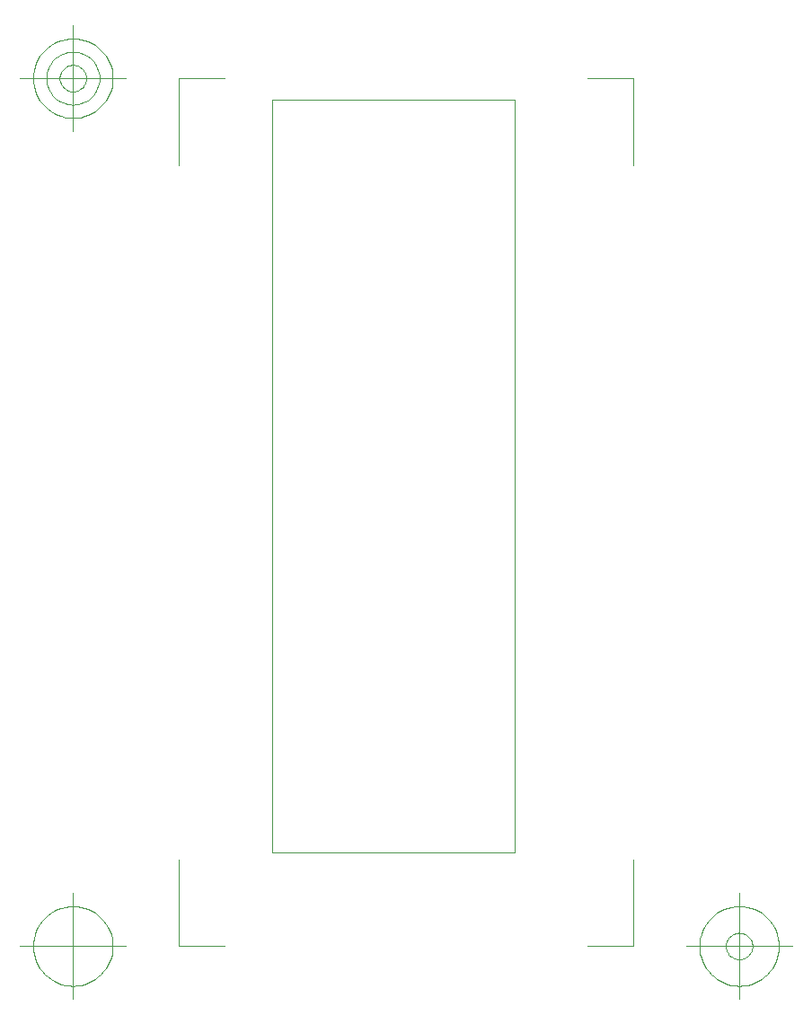
<source format=gbr>
G04 Generated by Ultiboard *
%FSLAX25Y25*%
%MOMM*%

%ADD10C,0.00100*%
%ADD11C,0.10000*%


%LNBoard Outline*%
%LPD*%
%FSLAX25Y25*%
%MOMM*%
G54D10*
X0Y0D02*
X2280000Y0D01*
X2280000Y0D02*
X2280000Y7100000D01*
X2280000Y7100000D02*
X0Y7100000D01*
X0Y7100000D02*
X0Y0D01*
G54D11*
X-880000Y-880000D02*
X-880000Y-62000D01*
X-880000Y-880000D02*
X-452000Y-880000D01*
X3400000Y-880000D02*
X2972000Y-880000D01*
X3400000Y-880000D02*
X3400000Y-62000D01*
X3400000Y7300000D02*
X3400000Y6482000D01*
X3400000Y7300000D02*
X2972000Y7300000D01*
X-880000Y7300000D02*
X-452000Y7300000D01*
X-880000Y7300000D02*
X-880000Y6482000D01*
X-1380000Y-880000D02*
X-2380000Y-880000D01*
X-1880000Y-1380000D02*
X-1880000Y-380000D01*
X-1505000Y-880000D02*
X-1506806Y-843244D01*
X-1506806Y-843244D02*
X-1512206Y-806841D01*
X-1512206Y-806841D02*
X-1521147Y-771143D01*
X-1521147Y-771143D02*
X-1533545Y-736494D01*
X-1533545Y-736494D02*
X-1549280Y-703226D01*
X-1549280Y-703226D02*
X-1568199Y-671661D01*
X-1568199Y-671661D02*
X-1590121Y-642103D01*
X-1590121Y-642103D02*
X-1614835Y-614835D01*
X-1614835Y-614835D02*
X-1642103Y-590121D01*
X-1642103Y-590121D02*
X-1671661Y-568199D01*
X-1671661Y-568199D02*
X-1703226Y-549280D01*
X-1703226Y-549280D02*
X-1736494Y-533545D01*
X-1736494Y-533545D02*
X-1771143Y-521147D01*
X-1771143Y-521147D02*
X-1806841Y-512206D01*
X-1806841Y-512206D02*
X-1843244Y-506806D01*
X-1843244Y-506806D02*
X-1880000Y-505000D01*
X-1880000Y-505000D02*
X-1916756Y-506806D01*
X-1916756Y-506806D02*
X-1953159Y-512206D01*
X-1953159Y-512206D02*
X-1988857Y-521147D01*
X-1988857Y-521147D02*
X-2023506Y-533545D01*
X-2023506Y-533545D02*
X-2056774Y-549280D01*
X-2056774Y-549280D02*
X-2088339Y-568199D01*
X-2088339Y-568199D02*
X-2117897Y-590121D01*
X-2117897Y-590121D02*
X-2145165Y-614835D01*
X-2145165Y-614835D02*
X-2169879Y-642103D01*
X-2169879Y-642103D02*
X-2191801Y-671661D01*
X-2191801Y-671661D02*
X-2210720Y-703226D01*
X-2210720Y-703226D02*
X-2226455Y-736494D01*
X-2226455Y-736494D02*
X-2238853Y-771143D01*
X-2238853Y-771143D02*
X-2247794Y-806841D01*
X-2247794Y-806841D02*
X-2253194Y-843244D01*
X-2253194Y-843244D02*
X-2255000Y-880000D01*
X-2255000Y-880000D02*
X-2253194Y-916756D01*
X-2253194Y-916756D02*
X-2247794Y-953159D01*
X-2247794Y-953159D02*
X-2238853Y-988857D01*
X-2238853Y-988857D02*
X-2226455Y-1023506D01*
X-2226455Y-1023506D02*
X-2210720Y-1056774D01*
X-2210720Y-1056774D02*
X-2191801Y-1088339D01*
X-2191801Y-1088339D02*
X-2169879Y-1117897D01*
X-2169879Y-1117897D02*
X-2145165Y-1145165D01*
X-2145165Y-1145165D02*
X-2117897Y-1169879D01*
X-2117897Y-1169879D02*
X-2088339Y-1191801D01*
X-2088339Y-1191801D02*
X-2056774Y-1210720D01*
X-2056774Y-1210720D02*
X-2023506Y-1226455D01*
X-2023506Y-1226455D02*
X-1988857Y-1238853D01*
X-1988857Y-1238853D02*
X-1953159Y-1247794D01*
X-1953159Y-1247794D02*
X-1916756Y-1253194D01*
X-1916756Y-1253194D02*
X-1880000Y-1255000D01*
X-1880000Y-1255000D02*
X-1843244Y-1253194D01*
X-1843244Y-1253194D02*
X-1806841Y-1247794D01*
X-1806841Y-1247794D02*
X-1771143Y-1238853D01*
X-1771143Y-1238853D02*
X-1736494Y-1226455D01*
X-1736494Y-1226455D02*
X-1703226Y-1210720D01*
X-1703226Y-1210720D02*
X-1671661Y-1191801D01*
X-1671661Y-1191801D02*
X-1642103Y-1169879D01*
X-1642103Y-1169879D02*
X-1614835Y-1145165D01*
X-1614835Y-1145165D02*
X-1590121Y-1117897D01*
X-1590121Y-1117897D02*
X-1568199Y-1088339D01*
X-1568199Y-1088339D02*
X-1549280Y-1056774D01*
X-1549280Y-1056774D02*
X-1533545Y-1023506D01*
X-1533545Y-1023506D02*
X-1521147Y-988857D01*
X-1521147Y-988857D02*
X-1512206Y-953159D01*
X-1512206Y-953159D02*
X-1506806Y-916756D01*
X-1506806Y-916756D02*
X-1505000Y-880000D01*
X3900000Y-880000D02*
X4900000Y-880000D01*
X4400000Y-1380000D02*
X4400000Y-380000D01*
X4775000Y-880000D02*
X4773194Y-843244D01*
X4773194Y-843244D02*
X4767795Y-806841D01*
X4767795Y-806841D02*
X4758853Y-771143D01*
X4758853Y-771143D02*
X4746455Y-736494D01*
X4746455Y-736494D02*
X4730721Y-703226D01*
X4730721Y-703226D02*
X4711801Y-671661D01*
X4711801Y-671661D02*
X4689879Y-642103D01*
X4689879Y-642103D02*
X4665165Y-614835D01*
X4665165Y-614835D02*
X4637898Y-590121D01*
X4637898Y-590121D02*
X4608339Y-568199D01*
X4608339Y-568199D02*
X4576774Y-549280D01*
X4576774Y-549280D02*
X4543506Y-533545D01*
X4543506Y-533545D02*
X4508857Y-521147D01*
X4508857Y-521147D02*
X4473159Y-512206D01*
X4473159Y-512206D02*
X4436757Y-506806D01*
X4436757Y-506806D02*
X4400000Y-505000D01*
X4400000Y-505000D02*
X4363244Y-506806D01*
X4363244Y-506806D02*
X4326841Y-512206D01*
X4326841Y-512206D02*
X4291143Y-521147D01*
X4291143Y-521147D02*
X4256494Y-533545D01*
X4256494Y-533545D02*
X4223226Y-549280D01*
X4223226Y-549280D02*
X4191661Y-568199D01*
X4191661Y-568199D02*
X4162103Y-590121D01*
X4162103Y-590121D02*
X4134835Y-614835D01*
X4134835Y-614835D02*
X4110121Y-642103D01*
X4110121Y-642103D02*
X4088199Y-671661D01*
X4088199Y-671661D02*
X4069280Y-703226D01*
X4069280Y-703226D02*
X4053545Y-736494D01*
X4053545Y-736494D02*
X4041148Y-771143D01*
X4041148Y-771143D02*
X4032206Y-806841D01*
X4032206Y-806841D02*
X4026806Y-843244D01*
X4026806Y-843244D02*
X4025000Y-880000D01*
X4025000Y-880000D02*
X4026806Y-916756D01*
X4026806Y-916756D02*
X4032206Y-953159D01*
X4032206Y-953159D02*
X4041148Y-988857D01*
X4041148Y-988857D02*
X4053545Y-1023506D01*
X4053545Y-1023506D02*
X4069280Y-1056774D01*
X4069280Y-1056774D02*
X4088199Y-1088339D01*
X4088199Y-1088339D02*
X4110121Y-1117897D01*
X4110121Y-1117897D02*
X4134835Y-1145165D01*
X4134835Y-1145165D02*
X4162103Y-1169879D01*
X4162103Y-1169879D02*
X4191661Y-1191801D01*
X4191661Y-1191801D02*
X4223226Y-1210720D01*
X4223226Y-1210720D02*
X4256494Y-1226455D01*
X4256494Y-1226455D02*
X4291143Y-1238853D01*
X4291143Y-1238853D02*
X4326841Y-1247794D01*
X4326841Y-1247794D02*
X4363244Y-1253194D01*
X4363244Y-1253194D02*
X4400000Y-1255000D01*
X4400000Y-1255000D02*
X4436757Y-1253194D01*
X4436757Y-1253194D02*
X4473159Y-1247794D01*
X4473159Y-1247794D02*
X4508857Y-1238853D01*
X4508857Y-1238853D02*
X4543506Y-1226455D01*
X4543506Y-1226455D02*
X4576774Y-1210720D01*
X4576774Y-1210720D02*
X4608339Y-1191801D01*
X4608339Y-1191801D02*
X4637898Y-1169879D01*
X4637898Y-1169879D02*
X4665165Y-1145165D01*
X4665165Y-1145165D02*
X4689879Y-1117897D01*
X4689879Y-1117897D02*
X4711801Y-1088339D01*
X4711801Y-1088339D02*
X4730721Y-1056774D01*
X4730721Y-1056774D02*
X4746455Y-1023506D01*
X4746455Y-1023506D02*
X4758853Y-988857D01*
X4758853Y-988857D02*
X4767795Y-953159D01*
X4767795Y-953159D02*
X4773194Y-916756D01*
X4773194Y-916756D02*
X4775000Y-880000D01*
X4525000Y-880000D02*
X4524398Y-867748D01*
X4524398Y-867748D02*
X4522598Y-855614D01*
X4522598Y-855614D02*
X4519618Y-843715D01*
X4519618Y-843715D02*
X4515485Y-832165D01*
X4515485Y-832165D02*
X4510240Y-821076D01*
X4510240Y-821076D02*
X4503934Y-810554D01*
X4503934Y-810554D02*
X4496626Y-800701D01*
X4496626Y-800701D02*
X4488388Y-791612D01*
X4488388Y-791612D02*
X4479299Y-783374D01*
X4479299Y-783374D02*
X4469446Y-776066D01*
X4469446Y-776066D02*
X4458925Y-769760D01*
X4458925Y-769760D02*
X4447836Y-764515D01*
X4447836Y-764515D02*
X4436286Y-760383D01*
X4436286Y-760383D02*
X4424386Y-757402D01*
X4424386Y-757402D02*
X4412252Y-755602D01*
X4412252Y-755602D02*
X4400000Y-755000D01*
X4400000Y-755000D02*
X4387748Y-755602D01*
X4387748Y-755602D02*
X4375614Y-757402D01*
X4375614Y-757402D02*
X4363715Y-760383D01*
X4363715Y-760383D02*
X4352165Y-764515D01*
X4352165Y-764515D02*
X4341076Y-769760D01*
X4341076Y-769760D02*
X4330554Y-776066D01*
X4330554Y-776066D02*
X4320701Y-783374D01*
X4320701Y-783374D02*
X4311612Y-791612D01*
X4311612Y-791612D02*
X4303374Y-800701D01*
X4303374Y-800701D02*
X4296066Y-810554D01*
X4296066Y-810554D02*
X4289760Y-821076D01*
X4289760Y-821076D02*
X4284515Y-832165D01*
X4284515Y-832165D02*
X4280383Y-843715D01*
X4280383Y-843715D02*
X4277402Y-855614D01*
X4277402Y-855614D02*
X4275602Y-867748D01*
X4275602Y-867748D02*
X4275000Y-880000D01*
X4275000Y-880000D02*
X4275602Y-892252D01*
X4275602Y-892252D02*
X4277402Y-904386D01*
X4277402Y-904386D02*
X4280383Y-916286D01*
X4280383Y-916286D02*
X4284515Y-927835D01*
X4284515Y-927835D02*
X4289760Y-938925D01*
X4289760Y-938925D02*
X4296066Y-949446D01*
X4296066Y-949446D02*
X4303374Y-959299D01*
X4303374Y-959299D02*
X4311612Y-968388D01*
X4311612Y-968388D02*
X4320701Y-976626D01*
X4320701Y-976626D02*
X4330554Y-983934D01*
X4330554Y-983934D02*
X4341076Y-990240D01*
X4341076Y-990240D02*
X4352165Y-995485D01*
X4352165Y-995485D02*
X4363715Y-999618D01*
X4363715Y-999618D02*
X4375614Y-1002598D01*
X4375614Y-1002598D02*
X4387748Y-1004398D01*
X4387748Y-1004398D02*
X4400000Y-1005000D01*
X4400000Y-1005000D02*
X4412252Y-1004398D01*
X4412252Y-1004398D02*
X4424386Y-1002598D01*
X4424386Y-1002598D02*
X4436286Y-999618D01*
X4436286Y-999618D02*
X4447836Y-995485D01*
X4447836Y-995485D02*
X4458925Y-990240D01*
X4458925Y-990240D02*
X4469446Y-983934D01*
X4469446Y-983934D02*
X4479299Y-976626D01*
X4479299Y-976626D02*
X4488388Y-968388D01*
X4488388Y-968388D02*
X4496626Y-959299D01*
X4496626Y-959299D02*
X4503934Y-949446D01*
X4503934Y-949446D02*
X4510240Y-938925D01*
X4510240Y-938925D02*
X4515485Y-927835D01*
X4515485Y-927835D02*
X4519618Y-916286D01*
X4519618Y-916286D02*
X4522598Y-904386D01*
X4522598Y-904386D02*
X4524398Y-892252D01*
X4524398Y-892252D02*
X4525000Y-880000D01*
X-1380000Y7300000D02*
X-2380000Y7300000D01*
X-1880000Y6800000D02*
X-1880000Y7800000D01*
X-1505000Y7300000D02*
X-1506806Y7336757D01*
X-1506806Y7336757D02*
X-1512206Y7373159D01*
X-1512206Y7373159D02*
X-1521147Y7408857D01*
X-1521147Y7408857D02*
X-1533545Y7443506D01*
X-1533545Y7443506D02*
X-1549280Y7476774D01*
X-1549280Y7476774D02*
X-1568199Y7508339D01*
X-1568199Y7508339D02*
X-1590121Y7537898D01*
X-1590121Y7537898D02*
X-1614835Y7565165D01*
X-1614835Y7565165D02*
X-1642103Y7589879D01*
X-1642103Y7589879D02*
X-1671661Y7611801D01*
X-1671661Y7611801D02*
X-1703226Y7630721D01*
X-1703226Y7630721D02*
X-1736494Y7646455D01*
X-1736494Y7646455D02*
X-1771143Y7658853D01*
X-1771143Y7658853D02*
X-1806841Y7667795D01*
X-1806841Y7667795D02*
X-1843244Y7673194D01*
X-1843244Y7673194D02*
X-1880000Y7675000D01*
X-1880000Y7675000D02*
X-1916756Y7673194D01*
X-1916756Y7673194D02*
X-1953159Y7667795D01*
X-1953159Y7667795D02*
X-1988857Y7658853D01*
X-1988857Y7658853D02*
X-2023506Y7646455D01*
X-2023506Y7646455D02*
X-2056774Y7630721D01*
X-2056774Y7630721D02*
X-2088339Y7611801D01*
X-2088339Y7611801D02*
X-2117897Y7589879D01*
X-2117897Y7589879D02*
X-2145165Y7565165D01*
X-2145165Y7565165D02*
X-2169879Y7537898D01*
X-2169879Y7537898D02*
X-2191801Y7508339D01*
X-2191801Y7508339D02*
X-2210720Y7476774D01*
X-2210720Y7476774D02*
X-2226455Y7443506D01*
X-2226455Y7443506D02*
X-2238853Y7408857D01*
X-2238853Y7408857D02*
X-2247794Y7373159D01*
X-2247794Y7373159D02*
X-2253194Y7336757D01*
X-2253194Y7336757D02*
X-2255000Y7300000D01*
X-2255000Y7300000D02*
X-2253194Y7263244D01*
X-2253194Y7263244D02*
X-2247794Y7226841D01*
X-2247794Y7226841D02*
X-2238853Y7191143D01*
X-2238853Y7191143D02*
X-2226455Y7156494D01*
X-2226455Y7156494D02*
X-2210720Y7123226D01*
X-2210720Y7123226D02*
X-2191801Y7091661D01*
X-2191801Y7091661D02*
X-2169879Y7062103D01*
X-2169879Y7062103D02*
X-2145165Y7034835D01*
X-2145165Y7034835D02*
X-2117897Y7010121D01*
X-2117897Y7010121D02*
X-2088339Y6988199D01*
X-2088339Y6988199D02*
X-2056774Y6969280D01*
X-2056774Y6969280D02*
X-2023506Y6953545D01*
X-2023506Y6953545D02*
X-1988857Y6941148D01*
X-1988857Y6941148D02*
X-1953159Y6932206D01*
X-1953159Y6932206D02*
X-1916756Y6926806D01*
X-1916756Y6926806D02*
X-1880000Y6925000D01*
X-1880000Y6925000D02*
X-1843244Y6926806D01*
X-1843244Y6926806D02*
X-1806841Y6932206D01*
X-1806841Y6932206D02*
X-1771143Y6941148D01*
X-1771143Y6941148D02*
X-1736494Y6953545D01*
X-1736494Y6953545D02*
X-1703226Y6969280D01*
X-1703226Y6969280D02*
X-1671661Y6988199D01*
X-1671661Y6988199D02*
X-1642103Y7010121D01*
X-1642103Y7010121D02*
X-1614835Y7034835D01*
X-1614835Y7034835D02*
X-1590121Y7062103D01*
X-1590121Y7062103D02*
X-1568199Y7091661D01*
X-1568199Y7091661D02*
X-1549280Y7123226D01*
X-1549280Y7123226D02*
X-1533545Y7156494D01*
X-1533545Y7156494D02*
X-1521147Y7191143D01*
X-1521147Y7191143D02*
X-1512206Y7226841D01*
X-1512206Y7226841D02*
X-1506806Y7263244D01*
X-1506806Y7263244D02*
X-1505000Y7300000D01*
X-1630000Y7300000D02*
X-1631204Y7324504D01*
X-1631204Y7324504D02*
X-1634804Y7348773D01*
X-1634804Y7348773D02*
X-1640765Y7372571D01*
X-1640765Y7372571D02*
X-1649030Y7395671D01*
X-1649030Y7395671D02*
X-1659520Y7417849D01*
X-1659520Y7417849D02*
X-1672133Y7438893D01*
X-1672133Y7438893D02*
X-1686747Y7458598D01*
X-1686747Y7458598D02*
X-1703223Y7476777D01*
X-1703223Y7476777D02*
X-1721402Y7493253D01*
X-1721402Y7493253D02*
X-1741108Y7507868D01*
X-1741108Y7507868D02*
X-1762151Y7520480D01*
X-1762151Y7520480D02*
X-1784329Y7530970D01*
X-1784329Y7530970D02*
X-1807429Y7539235D01*
X-1807429Y7539235D02*
X-1831228Y7545196D01*
X-1831228Y7545196D02*
X-1855496Y7548796D01*
X-1855496Y7548796D02*
X-1880000Y7550000D01*
X-1880000Y7550000D02*
X-1904504Y7548796D01*
X-1904504Y7548796D02*
X-1928773Y7545196D01*
X-1928773Y7545196D02*
X-1952571Y7539235D01*
X-1952571Y7539235D02*
X-1975671Y7530970D01*
X-1975671Y7530970D02*
X-1997849Y7520480D01*
X-1997849Y7520480D02*
X-2018893Y7507868D01*
X-2018893Y7507868D02*
X-2038598Y7493253D01*
X-2038598Y7493253D02*
X-2056777Y7476777D01*
X-2056777Y7476777D02*
X-2073253Y7458598D01*
X-2073253Y7458598D02*
X-2087867Y7438893D01*
X-2087867Y7438893D02*
X-2100480Y7417849D01*
X-2100480Y7417849D02*
X-2110970Y7395671D01*
X-2110970Y7395671D02*
X-2119235Y7372571D01*
X-2119235Y7372571D02*
X-2125196Y7348773D01*
X-2125196Y7348773D02*
X-2128796Y7324504D01*
X-2128796Y7324504D02*
X-2130000Y7300000D01*
X-2130000Y7300000D02*
X-2128796Y7275496D01*
X-2128796Y7275496D02*
X-2125196Y7251228D01*
X-2125196Y7251228D02*
X-2119235Y7227429D01*
X-2119235Y7227429D02*
X-2110970Y7204329D01*
X-2110970Y7204329D02*
X-2100480Y7182151D01*
X-2100480Y7182151D02*
X-2087867Y7161108D01*
X-2087867Y7161108D02*
X-2073253Y7141402D01*
X-2073253Y7141402D02*
X-2056777Y7123223D01*
X-2056777Y7123223D02*
X-2038598Y7106748D01*
X-2038598Y7106748D02*
X-2018893Y7092133D01*
X-2018893Y7092133D02*
X-1997849Y7079520D01*
X-1997849Y7079520D02*
X-1975671Y7069030D01*
X-1975671Y7069030D02*
X-1952571Y7060765D01*
X-1952571Y7060765D02*
X-1928773Y7054804D01*
X-1928773Y7054804D02*
X-1904504Y7051204D01*
X-1904504Y7051204D02*
X-1880000Y7050000D01*
X-1880000Y7050000D02*
X-1855496Y7051204D01*
X-1855496Y7051204D02*
X-1831228Y7054804D01*
X-1831228Y7054804D02*
X-1807429Y7060765D01*
X-1807429Y7060765D02*
X-1784329Y7069030D01*
X-1784329Y7069030D02*
X-1762151Y7079520D01*
X-1762151Y7079520D02*
X-1741108Y7092133D01*
X-1741108Y7092133D02*
X-1721402Y7106748D01*
X-1721402Y7106748D02*
X-1703223Y7123223D01*
X-1703223Y7123223D02*
X-1686747Y7141402D01*
X-1686747Y7141402D02*
X-1672133Y7161108D01*
X-1672133Y7161108D02*
X-1659520Y7182151D01*
X-1659520Y7182151D02*
X-1649030Y7204329D01*
X-1649030Y7204329D02*
X-1640765Y7227429D01*
X-1640765Y7227429D02*
X-1634804Y7251228D01*
X-1634804Y7251228D02*
X-1631204Y7275496D01*
X-1631204Y7275496D02*
X-1630000Y7300000D01*
X-1755000Y7300000D02*
X-1755602Y7312252D01*
X-1755602Y7312252D02*
X-1757402Y7324386D01*
X-1757402Y7324386D02*
X-1760383Y7336286D01*
X-1760383Y7336286D02*
X-1764515Y7347836D01*
X-1764515Y7347836D02*
X-1769760Y7358925D01*
X-1769760Y7358925D02*
X-1776066Y7369446D01*
X-1776066Y7369446D02*
X-1783374Y7379299D01*
X-1783374Y7379299D02*
X-1791612Y7388388D01*
X-1791612Y7388388D02*
X-1800701Y7396626D01*
X-1800701Y7396626D02*
X-1810554Y7403934D01*
X-1810554Y7403934D02*
X-1821076Y7410240D01*
X-1821076Y7410240D02*
X-1832165Y7415485D01*
X-1832165Y7415485D02*
X-1843715Y7419618D01*
X-1843715Y7419618D02*
X-1855614Y7422598D01*
X-1855614Y7422598D02*
X-1867748Y7424398D01*
X-1867748Y7424398D02*
X-1880000Y7425000D01*
X-1880000Y7425000D02*
X-1892252Y7424398D01*
X-1892252Y7424398D02*
X-1904386Y7422598D01*
X-1904386Y7422598D02*
X-1916286Y7419618D01*
X-1916286Y7419618D02*
X-1927835Y7415485D01*
X-1927835Y7415485D02*
X-1938925Y7410240D01*
X-1938925Y7410240D02*
X-1949446Y7403934D01*
X-1949446Y7403934D02*
X-1959299Y7396626D01*
X-1959299Y7396626D02*
X-1968388Y7388388D01*
X-1968388Y7388388D02*
X-1976626Y7379299D01*
X-1976626Y7379299D02*
X-1983934Y7369446D01*
X-1983934Y7369446D02*
X-1990240Y7358925D01*
X-1990240Y7358925D02*
X-1995485Y7347836D01*
X-1995485Y7347836D02*
X-1999618Y7336286D01*
X-1999618Y7336286D02*
X-2002598Y7324386D01*
X-2002598Y7324386D02*
X-2004398Y7312252D01*
X-2004398Y7312252D02*
X-2005000Y7300000D01*
X-2005000Y7300000D02*
X-2004398Y7287748D01*
X-2004398Y7287748D02*
X-2002598Y7275614D01*
X-2002598Y7275614D02*
X-1999618Y7263715D01*
X-1999618Y7263715D02*
X-1995485Y7252165D01*
X-1995485Y7252165D02*
X-1990240Y7241076D01*
X-1990240Y7241076D02*
X-1983934Y7230554D01*
X-1983934Y7230554D02*
X-1976626Y7220701D01*
X-1976626Y7220701D02*
X-1968388Y7211612D01*
X-1968388Y7211612D02*
X-1959299Y7203374D01*
X-1959299Y7203374D02*
X-1949446Y7196066D01*
X-1949446Y7196066D02*
X-1938925Y7189760D01*
X-1938925Y7189760D02*
X-1927835Y7184515D01*
X-1927835Y7184515D02*
X-1916286Y7180383D01*
X-1916286Y7180383D02*
X-1904386Y7177402D01*
X-1904386Y7177402D02*
X-1892252Y7175602D01*
X-1892252Y7175602D02*
X-1880000Y7175000D01*
X-1880000Y7175000D02*
X-1867748Y7175602D01*
X-1867748Y7175602D02*
X-1855614Y7177402D01*
X-1855614Y7177402D02*
X-1843715Y7180383D01*
X-1843715Y7180383D02*
X-1832165Y7184515D01*
X-1832165Y7184515D02*
X-1821076Y7189760D01*
X-1821076Y7189760D02*
X-1810554Y7196066D01*
X-1810554Y7196066D02*
X-1800701Y7203374D01*
X-1800701Y7203374D02*
X-1791612Y7211612D01*
X-1791612Y7211612D02*
X-1783374Y7220701D01*
X-1783374Y7220701D02*
X-1776066Y7230554D01*
X-1776066Y7230554D02*
X-1769760Y7241076D01*
X-1769760Y7241076D02*
X-1764515Y7252165D01*
X-1764515Y7252165D02*
X-1760383Y7263715D01*
X-1760383Y7263715D02*
X-1757402Y7275614D01*
X-1757402Y7275614D02*
X-1755602Y7287748D01*
X-1755602Y7287748D02*
X-1755000Y7300000D01*

M00*

</source>
